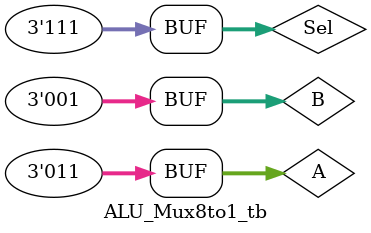
<source format=sv>

module ALU_Mux8to1_tb;

    reg [2:0] A, B, Sel;
    
    wire [2:0] F;
    wire V, N, C, Z;

    ALU_Mux8to1 uut (A, B, Sel, F, V, N, C, Z);

    initial begin
        A = 3'b011; B = 3'b001; Sel = 3'b000; #10; //ADD
        
        A = 3'b011; B = 3'b001; Sel = 3'b001; #10; //SUB

        A = 3'b011; Sel = 3'b010; #10; //INC

        A = 3'b011; B = 3'b001; Sel = 3'b011; #10; //AND

        A = 3'b010; B = 3'b001; Sel = 3'b100; #10; //OR

        A = 3'b011; B = 3'b001; Sel = 3'b101; #20; //XOR

        A = 3'b011; Sel = 3'b110; #20; // 1'S CMP

        A = 3'b011; Sel = 3'b111; #20; //CMP
    end

endmodule
</source>
